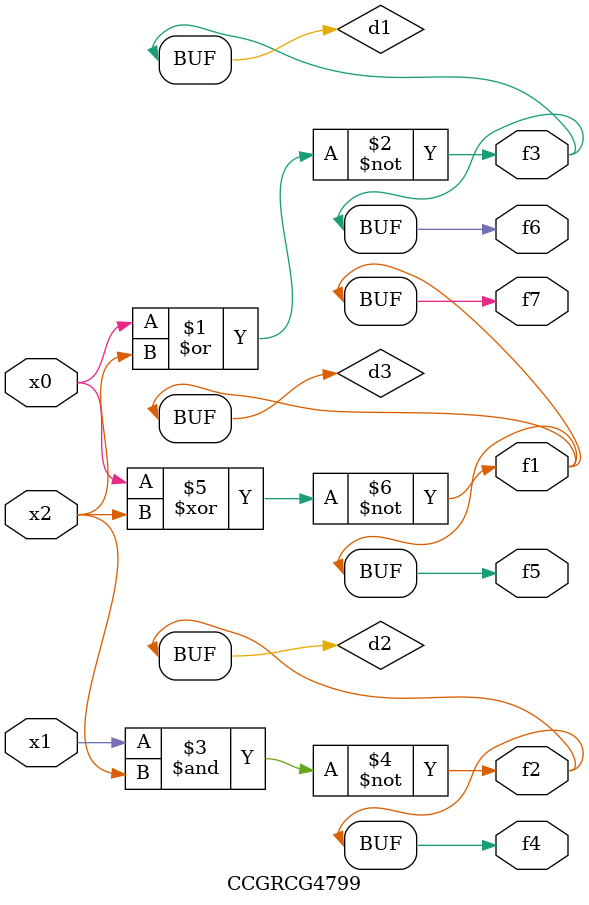
<source format=v>
module CCGRCG4799(
	input x0, x1, x2,
	output f1, f2, f3, f4, f5, f6, f7
);

	wire d1, d2, d3;

	nor (d1, x0, x2);
	nand (d2, x1, x2);
	xnor (d3, x0, x2);
	assign f1 = d3;
	assign f2 = d2;
	assign f3 = d1;
	assign f4 = d2;
	assign f5 = d3;
	assign f6 = d1;
	assign f7 = d3;
endmodule

</source>
